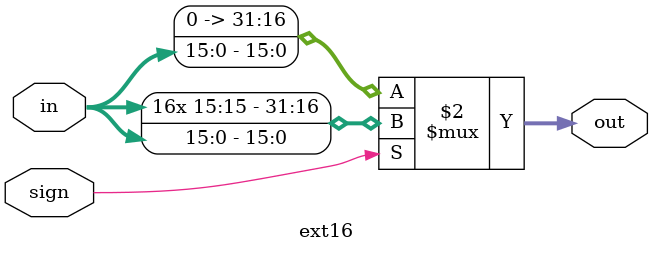
<source format=v>
module ext16 (input wire[15:0] in,
              input wire sign,
              output wire[31:0] out);
assign out = ((sign==1) ? ({{16{in[15]}},in}) : {{16'b0},in});

endmodule

</source>
